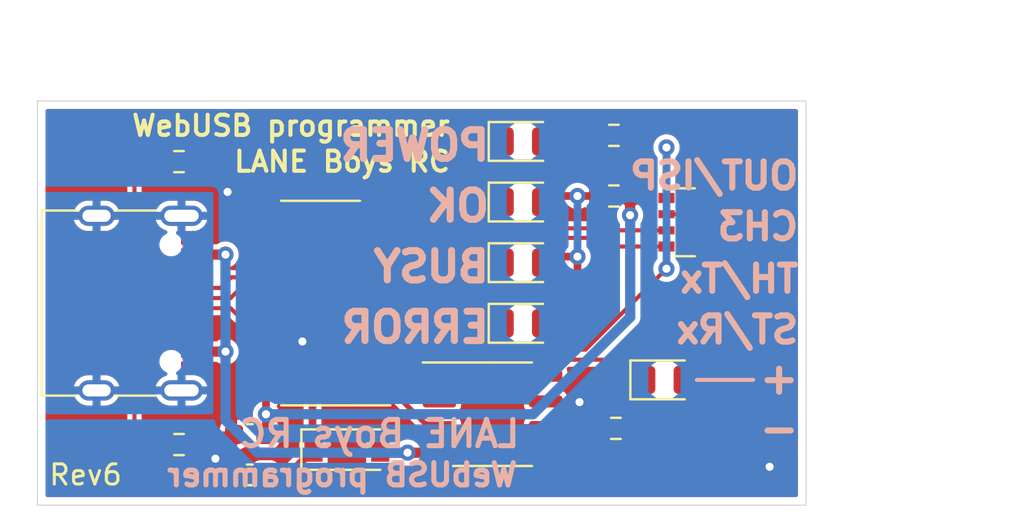
<source format=kicad_pcb>
(kicad_pcb (version 20211014) (generator pcbnew)
  (layers (0 "F.Cu" signal) (31 "B.Cu" signal) (34 "B.Paste" user) (35 "F.Paste" user) (36 "B.SilkS" user "B.Silkscreen") (37 "F.SilkS" user "F.Silkscreen") (38 "B.Mask" user) (39 "F.Mask" user) (44 "Edge.Cuts" user))
  (net 0 "")
  (net 1 "GND")
  (net 2 "+5V")
  (net 3 "+3V3")
  (net 4 "Net-(D5-Pad2)")
  (net 5 "/USB-DM")
  (net 6 "/USB-DP")
  (net 7 "/VLIGHT")
  (net 8 "/ISP")
  (net 9 "/RX")
  (net 10 "/TX")
  (net 11 "/CH3")
  (net 12 "/GYR_plus")
  (net 13 "Net-(J1-Pad4)")
  (net 14 "Net-(J1-Pad6)")
  (net 15 "Net-(J1-Pad5)")
  (net 16 "Net-(J1-Pad3)")
  (net 17 "/~{OK}")
  (net 18 "/~{BUSY}")
  (net 19 "/~{ERROR}")
  (net 20 "/INB")
  (net 21 "/INA")
  (net 22 "/CC1")
  (net 24 "/CC2")
  (net 29 "/+5MCU")
  (net 30 "Net-(D1-Pad1)")
  (net 31 "/SHIELD")
  (footprint "WLA_LED_reverse_mount:LED_0805_2012Metric_see_through" (layer "F.Cu") (at 124 95)
    (fp_text reference "D2" hide)
    (fp_text value "OK")
    (fp_line (start -1.685 -0.96) (end -1.685 0.96) (layer "F.SilkS") (width 0.12))
    (fp_line (start -1.685 0.96) (end 1 0.96) (layer "F.SilkS") (width 0.12))
    (fp_line (start 1 -0.96) (end -1.685 -0.96) (layer "F.SilkS") (width 0.12))
    (pad "1" smd roundrect (at -0.9375 0) (size 0.975 1.4) (layers "F.Cu" "F.Paste" "F.Mask") (net 17 "/~{OK}"))
    (pad "2" smd roundrect (at 0.9375 0) (size 0.975 1.4) (layers "F.Cu" "F.Paste" "F.Mask") (net 12 "/GYR_plus"))
    (zone (net 0) (net_name "") (layer "F.Cu") (connect_pads (clearance 0)) (min_thickness 0.254)
      (keepout (tracks not_allowed) (vias not_allowed) (pads allowed) (copperpour not_allowed) (footprints allowed))
      (fill (thermal_gap 0.508) (thermal_bridge_width 0.508))
      (polygon (pts (xy 124.8 95.6) (xy 124.4 95.9) (xy 123.6 95.9) (xy 123.2 95.6) (xy 123.2 94.4) (xy 123.6 94.1) (xy 124.4 94.1) (xy 124.8 94.4)))
    )
    (zone (net 0) (net_name "") (layer "B.Cu") (connect_pads (clearance 0)) (min_thickness 0.254)
      (keepout (tracks not_allowed) (vias not_allowed) (pads allowed) (copperpour not_allowed) (footprints allowed))
      (fill (thermal_gap 0.508) (thermal_bridge_width 0.508))
      (polygon (pts (xy 123.2 95.6) (xy 123.6 95.9) (xy 124.4 95.9) (xy 124.8 95.6) (xy 124.8 94.4) (xy 124.4 94.1) (xy 123.6 94.1) (xy 123.2 94.4)))
    )
  )
  (footprint "WLA_LED_reverse_mount:LED_0805_2012Metric_see_through" (layer "F.Cu") (at 124 98)
    (fp_text reference "D3" hide)
    (fp_text value "BUSY")
    (fp_line (start -1.685 -0.96) (end -1.685 0.96) (layer "F.SilkS") (width 0.12))
    (fp_line (start -1.685 0.96) (end 1 0.96) (layer "F.SilkS") (width 0.12))
    (fp_line (start 1 -0.96) (end -1.685 -0.96) (layer "F.SilkS") (width 0.12))
    (pad "1" smd roundrect (at -0.9375 0) (size 0.975 1.4) (layers "F.Cu" "F.Paste" "F.Mask") (net 18 "/~{BUSY}"))
    (pad "2" smd roundrect (at 0.9375 0) (size 0.975 1.4) (layers "F.Cu" "F.Paste" "F.Mask") (net 12 "/GYR_plus"))
    (zone (net 0) (net_name "") (layer "F.Cu") (connect_pads (clearance 0)) (min_thickness 0.254)
      (keepout (tracks not_allowed) (vias not_allowed) (pads allowed) (copperpour not_allowed) (footprints allowed))
      (fill (thermal_gap 0.508) (thermal_bridge_width 0.508))
      (polygon (pts (xy 124.8 98.6) (xy 124.4 98.9) (xy 123.6 98.9) (xy 123.2 98.6) (xy 123.2 97.4) (xy 123.6 97.1) (xy 124.4 97.1) (xy 124.8 97.4)))
    )
    (zone (net 0) (net_name "") (layer "B.Cu") (connect_pads (clearance 0)) (min_thickness 0.254)
      (keepout (tracks not_allowed) (vias not_allowed) (pads allowed) (copperpour not_allowed) (footprints allowed))
      (fill (thermal_gap 0.508) (thermal_bridge_width 0.508))
      (polygon (pts (xy 123.2 98.6) (xy 123.6 98.9) (xy 124.4 98.9) (xy 124.8 98.6) (xy 124.8 97.4) (xy 124.4 97.1) (xy 123.6 97.1) (xy 123.2 97.4)))
    )
  )
  (footprint "WLA_LED_reverse_mount:LED_0805_2012Metric_see_through" (layer "F.Cu") (at 124 101)
    (fp_text reference "D4" hide)
    (fp_text value "ERROR")
    (fp_line (start 1 -0.96) (end -1.685 -0.96) (layer "F.SilkS") (width 0.12))
    (fp_line (start -1.685 0.96) (end 1 0.96) (layer "F.SilkS") (width 0.12))
    (fp_line (start -1.685 -0.96) (end -1.685 0.96) (layer "F.SilkS") (width 0.12))
    (pad "1" smd roundrect (at -0.9375 0) (size 0.975 1.4) (layers "F.Cu" "F.Paste" "F.Mask") (net 19 "/~{ERROR}"))
    (pad "2" smd roundrect (at 0.9375 0) (size 0.975 1.4) (layers "F.Cu" "F.Paste" "F.Mask") (net 12 "/GYR_plus"))
    (zone (net 0) (net_name "") (layer "F.Cu") (connect_pads (clearance 0)) (min_thickness 0.254)
      (keepout (tracks not_allowed) (vias not_allowed) (pads allowed) (copperpour not_allowed) (footprints allowed))
      (fill (thermal_gap 0.508) (thermal_bridge_width 0.508))
      (polygon (pts (xy 124.8 101.6) (xy 124.4 101.9) (xy 123.6 101.9) (xy 123.2 101.6) (xy 123.2 100.4) (xy 123.6 100.1) (xy 124.4 100.1) (xy 124.8 100.4)))
    )
    (zone (net 0) (net_name "") (layer "B.Cu") (connect_pads (clearance 0)) (min_thickness 0.254)
      (keepout (tracks not_allowed) (vias not_allowed) (pads allowed) (copperpour not_allowed) (footprints allowed))
      (fill (thermal_gap 0.508) (thermal_bridge_width 0.508))
      (polygon (pts (xy 123.2 101.6) (xy 123.6 101.9) (xy 124.4 101.9) (xy 124.8 101.6) (xy 124.8 100.4) (xy 124.4 100.1) (xy 123.6 100.1) (xy 123.2 100.4)))
    )
  )
  (footprint "WLA_LED_reverse_mount:LED_0805_2012Metric_see_through" (layer "F.Cu") (at 131 103.8)
    (fp_text reference "D1" hide)
    (fp_text value "LC POWER")
    (fp_line (start -1.685 0.96) (end 1 0.96) (layer "F.SilkS") (width 0.12))
    (fp_line (start -1.685 -0.96) (end -1.685 0.96) (layer "F.SilkS") (width 0.12))
    (fp_line (start 1 -0.96) (end -1.685 -0.96) (layer "F.SilkS") (width 0.12))
    (pad "1" smd roundrect (at -0.9375 0) (size 0.975 1.4) (layers "F.Cu" "F.Paste" "F.Mask") (net 30 "Net-(D1-Pad1)"))
    (pad "2" smd roundrect (at 0.9375 0) (size 0.975 1.4) (layers "F.Cu" "F.Paste" "F.Mask") (net 7 "/VLIGHT"))
    (zone (net 0) (net_name "") (layer "F.Cu") (connect_pads (clearance 0)) (min_thickness 0.254)
      (keepout (tracks not_allowed) (vias not_allowed) (pads allowed) (copperpour not_allowed) (footprints allowed))
      (fill (thermal_gap 0.508) (thermal_bridge_width 0.508))
      (polygon (pts (xy 131.8 104.4) (xy 131.4 104.7) (xy 130.6 104.7) (xy 130.2 104.4) (xy 130.2 103.2) (xy 130.6 102.9) (xy 131.4 102.9) (xy 131.8 103.2)))
    )
    (zone (net 0) (net_name "") (layer "B.Cu") (connect_pads (clearance 0)) (min_thickness 0.254)
      (keepout (tracks not_allowed) (vias not_allowed) (pads allowed) (copperpour not_allowed) (footprints allowed))
      (fill (thermal_gap 0.508) (thermal_bridge_width 0.508))
      (polygon (pts (xy 130.2 104.4) (xy 130.6 104.7) (xy 131.4 104.7) (xy 131.8 104.4) (xy 131.8 103.2) (xy 131.4 102.9) (xy 130.6 102.9) (xy 130.2 103.2)))
    )
  )
  (footprint "WLA_LED_reverse_mount:LED_0805_2012Metric_see_through" (layer "F.Cu") (at 124 92)
    (fp_text reference "D5" hide)
    (fp_text value "MCU POWER")
    (fp_line (start -1.685 -0.96) (end -1.685 0.96) (layer "F.SilkS") (width 0.12))
    (fp_line (start 1 -0.96) (end -1.685 -0.96) (layer "F.SilkS") (width 0.12))
    (fp_line (start -1.685 0.96) (end 1 0.96) (layer "F.SilkS") (width 0.12))
    (pad "1" smd roundrect (at -0.9375 0) (size 0.975 1.4) (layers "F.Cu" "F.Paste" "F.Mask") (net 1 "GND"))
    (pad "2" smd roundrect (at 0.9375 0) (size 0.975 1.4) (layers "F.Cu" "F.Paste" "F.Mask") (net 4 "Net-(D5-Pad2)"))
    (zone (net 0) (net_name "") (layer "F.Cu") (connect_pads (clearance 0)) (min_thickness 0.254)
      (keepout (tracks not_allowed) (vias not_allowed) (pads allowed) (copperpour not_allowed) (footprints allowed))
      (fill (thermal_gap 0.508) (thermal_bridge_width 0.508))
      (polygon (pts (xy 124.8 92.6) (xy 124.4 92.9) (xy 123.6 92.9) (xy 123.2 92.6) (xy 123.2 91.4) (xy 123.6 91.1) (xy 124.4 91.1) (xy 124.8 91.4)))
    )
    (zone (net 0) (net_name "") (layer "B.Cu") (connect_pads (clearance 0)) (min_thickness 0.254)
      (keepout (tracks not_allowed) (vias not_allowed) (pads allowed) (copperpour not_allowed) (footprints allowed))
      (fill (thermal_gap 0.508) (thermal_bridge_width 0.508))
      (polygon (pts (xy 123.2 92.6) (xy 123.6 92.9) (xy 124.4 92.9) (xy 124.8 92.6) (xy 124.8 91.4) (xy 124.4 91.1) (xy 123.6 91.1) (xy 123.2 91.4)))
    )
  )
  (footprint "Capacitor_SMD:C_0603_1608Metric" (layer "F.Cu") (at 110.5 106.5 180)
    (fp_text reference "C2" hide)
    (fp_text value "1u")
    (fp_line (start -0.14058 -0.51) (end 0.14058 -0.51) (layer "F.SilkS") (width 0.12))
    (fp_line (start -0.14058 0.51) (end 0.14058 0.51) (layer "F.SilkS") (width 0.12))
    (pad "1" smd roundrect (at -0.775 0 180) (size 0.9 0.95) (layers "F.Cu" "F.Paste" "F.Mask") (net 3 "+3V3"))
    (pad "2" smd roundrect (at 0.775 0 180) (size 0.9 0.95) (layers "F.Cu" "F.Paste" "F.Mask") (net 1 "GND"))
  )
  (footprint "Resistor_SMD:R_0603_1608Metric" (layer "F.Cu") (at 128.5 94.7 180)
    (fp_text reference "R1" hide)
    (fp_text value "1k8")
    (fp_line (start -0.237258 0.5225) (end 0.237258 0.5225) (layer "F.SilkS") (width 0.12))
    (fp_line (start -0.237258 -0.5225) (end 0.237258 -0.5225) (layer "F.SilkS") (width 0.12))
    (pad "1" smd roundrect (at -0.825 0 180) (size 0.8 0.95) (layers "F.Cu" "F.Paste" "F.Mask") (net 3 "+3V3"))
    (pad "2" smd roundrect (at 0.825 0 180) (size 0.8 0.95) (layers "F.Cu" "F.Paste" "F.Mask") (net 12 "/GYR_plus"))
  )
  (footprint "Resistor_SMD:R_Array_Convex_4x0603" (layer "F.Cu") (at 132 96)
    (fp_text reference "RN1" hide)
    (fp_text value "1k")
    (fp_line (start 0.5 -1.68) (end -0.5 -1.68) (layer "F.SilkS") (width 0.12))
    (fp_line (start 0.5 1.68) (end -0.5 1.68) (layer "F.SilkS") (width 0.12))
    (pad "1" smd rect (at -0.9 -1.2) (size 0.8 0.5) (layers "F.Cu" "F.Paste" "F.Mask") (net 8 "/ISP"))
    (pad "2" smd rect (at -0.9 -0.4) (size 0.8 0.4) (layers "F.Cu" "F.Paste" "F.Mask") (net 11 "/CH3"))
    (pad "3" smd rect (at -0.9 0.4) (size 0.8 0.4) (layers "F.Cu" "F.Paste" "F.Mask") (net 9 "/RX"))
    (pad "4" smd rect (at -0.9 1.2) (size 0.8 0.5) (layers "F.Cu" "F.Paste" "F.Mask") (net 10 "/TX"))
    (pad "5" smd rect (at 0.9 1.2) (size 0.8 0.5) (layers "F.Cu" "F.Paste" "F.Mask") (net 16 "Net-(J1-Pad3)"))
    (pad "6" smd rect (at 0.9 0.4) (size 0.8 0.4) (layers "F.Cu" "F.Paste" "F.Mask") (net 13 "Net-(J1-Pad4)"))
    (pad "7" smd rect (at 0.9 -0.4) (size 0.8 0.4) (layers "F.Cu" "F.Paste" "F.Mask") (net 15 "Net-(J1-Pad5)"))
    (pad "8" smd rect (at 0.9 -1.2) (size 0.8 0.5) (layers "F.Cu" "F.Paste" "F.Mask") (net 14 "Net-(J1-Pad6)"))
  )
  (footprint "WLA_pinheader:PinHeader_1x06_P2.54mm_Flat" (layer "F.Cu") (at 136.2 106.35 90)
    (fp_text reference "J1" hide)
    (fp_text value "Light Controller" hide)
    (pad "1" smd rect locked (at 0 0 90) (size 1.8 2.8) (layers "F.Cu" "F.Mask") (net 1 "GND"))
    (pad "2" smd rect locked (at 2.54 0 90) (size 1.8 2.8) (layers "F.Cu" "F.Mask") (net 7 "/VLIGHT"))
    (pad "3" smd rect locked (at 5.08 0 90) (size 1.8 2.8) (layers "F.Cu" "F.Mask") (net 16 "Net-(J1-Pad3)"))
    (pad "4" smd rect locked (at 7.62 0 90) (size 1.8 2.8) (layers "F.Cu" "F.Mask") (net 13 "Net-(J1-Pad4)"))
    (pad "5" smd rect locked (at 10.16 0 90) (size 1.8 2.8) (layers "F.Cu" "F.Mask") (net 15 "Net-(J1-Pad5)"))
    (pad "6" smd rect locked (at 12.7 0 90) (size 1.8 2.8) (layers "F.Cu" "F.Mask") (net 14 "Net-(J1-Pad6)"))
  )
  (footprint "Package_SO:SO-16_3.9x9.9mm_P1.27mm" (layer "F.Cu") (at 114 100 180)
    (fp_text reference "U2" hide)
    (fp_text value "CH552G")
    (fp_line (start 0 5.06) (end 1.95 5.06) (layer "F.SilkS") (width 0.12))
    (fp_line (start 0 -5.06) (end -3.45 -5.06) (layer "F.SilkS") (width 0.12))
    (fp_line (start 0 5.06) (end -1.95 5.06) (layer "F.SilkS") (width 0.12))
    (fp_line (start 0 -5.06) (end 1.95 -5.06) (layer "F.SilkS") (width 0.12))
    (pad "1" smd roundrect (at -2.575 -4.445 180) (size 1.75 0.6) (layers "F.Cu" "F.Paste" "F.Mask") (net 20 "/INB"))
    (pad "2" smd roundrect (at -2.575 -3.175 180) (size 1.75 0.6) (layers "F.Cu" "F.Paste" "F.Mask") (net 21 "/INA"))
    (pad "3" smd roundrect (at -2.575 -1.905 180) (size 1.75 0.6) (layers "F.Cu" "F.Paste" "F.Mask") (net 19 "/~{ERROR}"))
    (pad "4" smd roundrect (at -2.575 -0.635 180) (size 1.75 0.6) (layers "F.Cu" "F.Paste" "F.Mask") (net 11 "/CH3"))
    (pad "5" smd roundrect (at -2.575 0.635 180) (size 1.75 0.6) (layers "F.Cu" "F.Paste" "F.Mask") (net 8 "/ISP"))
    (pad "6" smd roundrect (at -2.575 1.905 180) (size 1.75 0.6) (layers "F.Cu" "F.Paste" "F.Mask"))
    (pad "7" smd roundrect (at -2.575 3.175 180) (size 1.75 0.6) (layers "F.Cu" "F.Paste" "F.Mask") (net 10 "/TX"))
    (pad "8" smd roundrect (at -2.575 4.445 180) (size 1.75 0.6) (layers "F.Cu" "F.Paste" "F.Mask") (net 9 "/RX"))
    (pad "9" smd roundrect (at 2.575 4.445 180) (size 1.75 0.6) (layers "F.Cu" "F.Paste" "F.Mask") (net 18 "/~{BUSY}"))
    (pad "10" smd roundrect (at 2.575 3.175 180) (size 1.75 0.6) (layers "F.Cu" "F.Paste" "F.Mask") (net 17 "/~{OK}"))
    (pad "11" smd roundrect (at 2.575 1.905 180) (size 1.75 0.6) (layers "F.Cu" "F.Paste" "F.Mask"))
    (pad "12" smd roundrect (at 2.575 0.635 180) (size 1.75 0.6) (layers "F.Cu" "F.Paste" "F.Mask") (net 6 "/USB-DP"))
    (pad "13" smd roundrect (at 2.575 -0.635 180) (size 1.75 0.6) (layers "F.Cu" "F.Paste" "F.Mask") (net 5 "/USB-DM"))
    (pad "14" smd roundrect (at 2.575 -1.905 180) (size 1.75 0.6) (layers "F.Cu" "F.Paste" "F.Mask") (net 1 "GND"))
    (pad "15" smd roundrect (at 2.575 -3.175 180) (size 1.75 0.6) (layers "F.Cu" "F.Paste" "F.Mask") (net 29 "/+5MCU"))
    (pad "16" smd roundrect (at 2.575 -4.445 180) (size 1.75 0.6) (layers "F.Cu" "F.Paste" "F.Mask") (net 3 "+3V3"))
  )
  (footprint "Capacitor_SMD:C_0603_1608Metric" (layer "F.Cu") (at 110.5 108.5 180)
    (fp_text reference "C1" hide)
    (fp_text value "10u")
    (fp_line (start -0.14058 -0.51) (end 0.14058 -0.51) (layer "F.SilkS") (width 0.12))
    (fp_line (start -0.14058 0.51) (end 0.14058 0.51) (layer "F.SilkS") (width 0.12))
    (pad "1" smd roundrect (at -0.775 0 180) (size 0.9 0.95) (layers "F.Cu" "F.Paste" "F.Mask") (net 29 "/+5MCU"))
    (pad "2" smd roundrect (at 0.775 0 180) (size 0.9 0.95) (layers "F.Cu" "F.Paste" "F.Mask") (net 1 "GND"))
  )
  (footprint "Resistor_SMD:R_0603_1608Metric" (layer "F.Cu") (at 128.5 91.7 180)
    (fp_text reference "R2" hide)
    (fp_text value "1k8")
    (fp_line (start -0.237258 0.5225) (end 0.237258 0.5225) (layer "F.SilkS") (width 0.12))
    (fp_line (start -0.237258 -0.5225) (end 0.237258 -0.5225) (layer "F.SilkS") (width 0.12))
    (pad "1" smd roundrect (at -0.825 0 180) (size 0.8 0.95) (layers "F.Cu" "F.Paste" "F.Mask") (net 3 "+3V3"))
    (pad "2" smd roundrect (at 0.825 0 180) (size 0.8 0.95) (layers "F.Cu" "F.Paste" "F.Mask") (net 4 "Net-(D5-Pad2)"))
  )
  (footprint "Package_SO:SOP-8_3.9x4.9mm_P1.27mm" (layer "F.Cu") (at 122.5 105.5)
    (fp_text reference "U1" hide)
    (fp_text value "TC118S")
    (fp_line (start 0 2.56) (end -1.95 2.56) (layer "F.SilkS") (width 0.12))
    (fp_line (start 0 -2.56) (end -3.45 -2.56) (layer "F.SilkS") (width 0.12))
    (fp_line (start 0 -2.56) (end 1.95 -2.56) (layer "F.SilkS") (width 0.12))
    (fp_line (start 0 2.56) (end 1.95 2.56) (layer "F.SilkS") (width 0.12))
    (pad "1" smd roundrect (at -2.625 -1.905) (size 1.65 0.6) (layers "F.Cu" "F.Paste" "F.Mask"))
    (pad "2" smd roundrect (at -2.625 -0.635) (size 1.65 0.6) (layers "F.Cu" "F.Paste" "F.Mask") (net 21 "/INA"))
    (pad "3" smd roundrect (at -2.625 0.635) (size 1.65 0.6) (layers "F.Cu" "F.Paste" "F.Mask") (net 20 "/INB"))
    (pad "4" smd roundrect (at -2.625 1.905) (size 1.65 0.6) (layers "F.Cu" "F.Paste" "F.Mask") (net 2 "+5V"))
    (pad "5" smd roundrect (at 2.625 1.905) (size 1.65 0.6) (layers "F.Cu" "F.Paste" "F.Mask") (net 7 "/VLIGHT"))
    (pad "6" smd roundrect (at 2.625 0.635) (size 1.65 0.6) (layers "F.Cu" "F.Paste" "F.Mask") (net 1 "GND"))
    (pad "7" smd roundrect (at 2.625 -0.635) (size 1.65 0.6) (layers "F.Cu" "F.Paste" "F.Mask") (net 1 "GND"))
    (pad "8" smd roundrect (at 2.625 -1.905) (size 1.65 0.6) (layers "F.Cu" "F.Paste" "F.Mask"))
  )
  (footprint "Resistor_SMD:R_0603_1608Metric" (layer "F.Cu") (at 107 93 180)
    (fp_text reference "R5" hide)
    (fp_text value "5k1")
    (fp_line (start -0.237258 0.5225) (end 0.237258 0.5225) (layer "F.SilkS") (width 0.12))
    (fp_line (start -0.237258 -0.5225) (end 0.237258 -0.5225) (layer "F.SilkS") (width 0.12))
    (pad "1" smd roundrect (at -0.825 0 180) (size 0.8 0.95) (layers "F.Cu" "F.Paste" "F.Mask") (net 1 "GND"))
    (pad "2" smd roundrect (at 0.825 0 180) (size 0.8 0.95) (layers "F.Cu" "F.Paste" "F.Mask") (net 22 "/CC1"))
  )
  (footprint "Diode_SMD:D_SOD-123" (layer "F.Cu") (at 115.3 107.25)
    (fp_text reference "D6" hide)
    (fp_text value "B5819WS")
    (fp_line (start -2.25 1) (end 1.65 1) (layer "F.SilkS") (width 0.12))
    (fp_line (start -2.25 -1) (end 1.65 -1) (layer "F.SilkS") (width 0.12))
    (fp_line (start -2.25 -1) (end -2.25 1) (layer "F.SilkS") (width 0.12))
    (pad "1" smd rect (at -1.65 0) (size 0.9 1.2) (layers "F.Cu" "F.Paste" "F.Mask") (net 29 "/+5MCU"))
    (pad "2" smd rect (at 1.65 0) (size 0.9 1.2) (layers "F.Cu" "F.Paste" "F.Mask") (net 2 "+5V"))
  )
  (footprint "Connector_USB:USB_C_Receptacle_G-Switch_GT-USB-7010ASV" (layer "F.Cu") (at 104 100 -90)
    (fp_text reference "J2" hide)
    (fp_text value "USB_C_Receptacle_USB2.0")
    (fp_line (start 4.58 0.07) (end 4.58 -1.85) (layer "F.SilkS") (width 0.12))
    (fp_line (start -4.58 3.785) (end -4.58 2.08) (layer "F.SilkS") (width 0.12))
    (fp_line (start 4.58 2.08) (end 4.58 3.785) (layer "F.SilkS") (width 0.12))
    (fp_line (start 4.58 3.785) (end -4.58 3.785) (layer "F.SilkS") (width 0.12))
    (fp_line (start -4.58 -1.85) (end -4.58 0.07) (layer "F.SilkS") (width 0.12))
    (pad "" np_thru_hole circle (at 2.89 -2.605 270) (size 0.65 0.65) (drill 0.65) (layers *.Cu *.Mask))
    (pad "" np_thru_hole circle (at -2.89 -2.605 270) (size 0.65 0.65) (drill 0.65) (layers *.Cu *.Mask))
    (pad "A1" smd rect (at -3.2 -3.725 270) (size 0.6 1.24) (layers "F.Cu" "F.Paste" "F.Mask") (net 1 "GND"))
    (pad "A4" smd rect (at -2.4 -3.725 270) (size 0.6 1.24) (layers "F.Cu" "F.Paste" "F.Mask") (net 2 "+5V"))
    (pad "A5" smd rect (at -1.25 -3.725 270) (size 0.3 1.24) (layers "F.Cu" "F.Paste" "F.Mask") (net 22 "/CC1"))
    (pad "A6" smd rect (at -0.25 -3.725 270) (size 0.3 1.24) (layers "F.Cu" "F.Paste" "F.Mask") (net 6 "/USB-DP"))
    (pad "A7" smd rect (at 0.25 -3.725 270) (size 0.3 1.24) (layers "F.Cu" "F.Paste" "F.Mask") (net 5 "/USB-DM"))
    (pad "A8" smd rect (at 1.25 -3.725 270) (size 0.3 1.24) (layers "F.Cu" "F.Paste" "F.Mask"))
    (pad "A9" smd rect (at 2.4 -3.725 270) (size 0.6 1.24) (layers "F.Cu" "F.Paste" "F.Mask") (net 2 "+5V"))
    (pad "A12" smd rect (at 3.2 -3.725 270) (size 0.6 1.24) (layers "F.Cu" "F.Paste" "F.Mask") (net 1 "GND"))
    (pad "B1" smd rect (at 3.2 -3.725 270) (size 0.6 1.24) (layers "F.Cu" "F.Paste" "F.Mask") (net 1 "GND"))
    (pad "B4" smd rect (at 2.4 -3.725 270) (size 0.6 1.24) (layers "F.Cu" "F.Paste" "F.Mask") (net 2 "+5V"))
    (pad "B5" smd rect (at 1.75 -3.725 270) (size 0.3 1.24) (layers "F.Cu" "F.Paste" "F.Mask") (net 24 "/CC2"))
    (pad "B6" smd rect (at 0.75 -3.725 270) (size 0.3 1.24) (layers "F.Cu" "F.Paste" "F.Mask") (net 6 "/USB-DP"))
    (pad "B7" smd rect (at -0.75 -3.725 270) (size 0.3 1.24) (layers "F.Cu" "F.Paste" "F.Mask") (net 5 "/USB-DM"))
    (pad "B8" smd rect (at -1.75 -3.725 270) (size 0.3 1.24) (layers "F.Cu" "F.Paste" "F.Mask"))
    (pad "B9" smd rect (at -2.4 -3.725 270) (size 0.6 1.24) (layers "F.Cu" "F.Paste" "F.Mask") (net 2 "+5V"))
    (pad "B12" smd rect (at -3.2 -3.725 270) (size 0.6 1.24) (layers "F.Cu" "F.Paste" "F.Mask") (net 1 "GND"))
    (pad "S1" thru_hole oval (at -4.32 -3.125 270) (size 1 2.1) (drill oval 0.6 1.7) (layers *.Cu *.Mask) (net 31 "/SHIELD"))
    (pad "S1" thru_hole oval (at -4.32 1.075 270) (size 1 1.8) (drill oval 0.6 1.4) (layers *.Cu *.Mask) (net 31 "/SHIELD"))
    (pad "S1" thru_hole oval (at 4.32 1.075 270) (size 1 1.8) (drill oval 0.6 1.4) (layers *.Cu *.Mask) (net 31 "/SHIELD"))
    (pad "S1" thru_hole oval (at 4.32 -3.125 270) (size 1 2.1) (drill oval 0.6 1.7) (layers *.Cu *.Mask) (net 31 "/SHIELD"))
  )
  (footprint "Resistor_SMD:R_0603_1608Metric" (layer "F.Cu") (at 107 107 180)
    (fp_text reference "R4" hide)
    (fp_text value "5k1")
    (fp_line (start -0.237258 -0.5225) (end 0.237258 -0.5225) (layer "F.SilkS") (width 0.12))
    (fp_line (start -0.237258 0.5225) (end 0.237258 0.5225) (layer "F.SilkS") (width 0.12))
    (pad "1" smd roundrect (at -0.825 0 180) (size 0.8 0.95) (layers "F.Cu" "F.Paste" "F.Mask") (net 1 "GND"))
    (pad "2" smd roundrect (at 0.825 0 180) (size 0.8 0.95) (layers "F.Cu" "F.Paste" "F.Mask") (net 24 "/CC2"))
  )
  (footprint "Resistor_SMD:R_0603_1608Metric" (layer "F.Cu") (at 128.6 106.2 180)
    (fp_text reference "R3" hide)
    (fp_text value "1k8")
    (fp_line (start -0.237258 -0.5225) (end 0.237258 -0.5225) (layer "F.SilkS") (width 0.12))
    (fp_line (start -0.237258 0.5225) (end 0.237258 0.5225) (layer "F.SilkS") (width 0.12))
    (pad "1" smd roundrect (at -0.825 0 180) (size 0.8 0.95) (layers "F.Cu" "F.Paste" "F.Mask") (net 30 "Net-(D1-Pad1)"))
    (pad "2" smd roundrect (at 0.825 0 180) (size 0.8 0.95) (layers "F.Cu" "F.Paste" "F.Mask") (net 1 "GND"))
  )
  (gr_line (start 132.6 103.8) (end 135.382 103.8) (layer "B.SilkS") (width 0.2))
  (gr_line (start 138 90) (end 100 90) (layer "Edge.Cuts") (width 0.05))
  (gr_line (start 100 110) (end 138 110) (layer "Edge.Cuts") (width 0.05))
  (gr_line (start 138 110) (end 138 90) (layer "Edge.Cuts") (width 0.05))
  (gr_line (start 100 90) (end 100 110) (layer "Edge.Cuts") (width 0.05))
  (gr_text "ERROR" (at 122.5 101.2) (layer "B.SilkS") (effects (font (size 1.45 1.45) (thickness 0.35)) (justify left mirror)))
  (gr_text "TH/Tx" (at 137.7696 98.806) (layer "B.SilkS") (effects (font (size 1.3 1.3) (thickness 0.3)) (justify left mirror)))
  (gr_text "OUT/ISP" (at 137.7696 93.7006) (layer "B.SilkS") (effects (font (size 1.3 1.3) (thickness 0.3)) (justify left mirror)))
  (gr_text "ST/Rx" (at 137.7696 101.3206) (layer "B.SilkS") (effects (font (size 1.3 1.3) (thickness 0.3)) (justify left mirror)))
  (gr_text "CH3" (at 137.7696 96.2152) (layer "B.SilkS") (effects (font (size 1.3 1.3) (thickness 0.3)) (justify left mirror)))
  (gr_text "POWER" (at 122.5 92.2) (layer "B.SilkS") (effects (font (size 1.42 1.42) (thickness 0.35)) (justify left mirror)))
  (gr_text "LANE Boys RC" (at 123.975 106.468) (layer "B.SilkS") (effects (font (size 1.3 1.3) (thickness 0.25)) (justify left mirror)))
  (gr_text "BUSY" (at 122.5 98.2) (layer "B.SilkS") (effects (font (size 1.45 1.45) (thickness 0.35)) (justify left mirror)))
  (gr_text "+" (at 137.795 103.7082) (layer "B.SilkS") (effects (font (size 1.5 1.5) (thickness 0.3)) (justify left mirror)))
  (gr_text "-" (at 137.795 106.1974) (layer "B.SilkS") (effects (font (size 1.5 1.5) (thickness 0.3)) (justify left mirror)))
  (gr_text "WebUSB programmer" (at 123.848 108.5) (layer "B.SilkS") (effects (font (size 1.1 1.1) (thickness 0.25)) (justify left mirror)))
  (gr_text "OK" (at 122.5 95.2) (layer "B.SilkS") (effects (font (size 1.45 1.45) (thickness 0.35)) (justify left mirror)))
  (gr_text "LANE Boys RC" (at 120.5 93) (layer "F.SilkS") (effects (font (size 1 1) (thickness 0.2)) (justify right)))
  (gr_text "Rev6" (at 100.5 108.5) (layer "F.SilkS") (effects (font (size 1 1)) (justify left)))
  (gr_text "WebUSB programmer" (at 120.5 91.225) (layer "F.SilkS") (effects (font (size 1 1) (thickness 0.2)) (justify right)))
  (via (at 113.1 101.9) (size 0.8) (drill 0.4) (layers "F.Cu" "B.Cu") (net 1))
  (via (at 136.2 108.1) (size 0.8) (drill 0.4) (layers "F.Cu" "B.Cu") (net 1))
  (via (at 109.4 94.5) (size 0.8) (drill 0.4) (layers "F.Cu" "B.Cu") (net 1))
  (via (at 108.8 107.7) (size 0.8) (drill 0.4) (layers "F.Cu" "B.Cu") (net 1))
  (via (at 126.8 104.9) (size 0.8) (drill 0.4) (layers "F.Cu" "B.Cu") (net 1))
  (segment (start 107.725 102.4) (end 109.3 102.4) (width 0.508) (layer "F.Cu") (net 2))
  (segment (start 116.95 107.25) (end 117.105 107.405) (width 0.508) (layer "F.Cu") (net 2))
  (segment (start 117.105 107.405) (end 119.875 107.405) (width 0.508) (layer "F.Cu") (net 2))
  (segment (start 107.725 97.6) (end 109.3 97.6) (width 0.508) (layer "F.Cu") (net 2))
  (via (at 109.3 97.6) (size 0.8) (drill 0.4) (layers "F.Cu" "B.Cu") (net 2))
  (via (at 118.3 107.4) (size 0.8) (drill 0.4) (layers "F.Cu" "B.Cu") (net 2))
  (via (at 109.3 102.4) (size 0.8) (drill 0.4) (layers "F.Cu" "B.Cu") (net 2))
  (segment (start 109.3 97.6) (end 109.3 102.4) (width 0.508) (layer "B.Cu") (net 2))
  (segment (start 110.9 107.4) (end 109.3 105.8) (width 0.508) (layer "B.Cu") (net 2))
  (segment (start 109.3 105.8) (end 109.3 102.4) (width 0.508) (layer "B.Cu") (net 2))
  (segment (start 118.3 107.4) (end 110.9 107.4) (width 0.508) (layer "B.Cu") (net 2))
  (segment (start 111.3 106.475) (end 111.275 106.5) (width 0.381) (layer "F.Cu") (net 3))
  (segment (start 111.3 105.5) (end 111.3 106.475) (width 0.381) (layer "F.Cu") (net 3))
  (segment (start 111.3 105.5) (end 111.3 104.57) (width 0.381) (layer "F.Cu") (net 3))
  (segment (start 129.3 95.65) (end 129.3 94.725) (width 0.508) (layer "F.Cu") (net 3))
  (segment (start 129.325 91.7) (end 129.325 94.7) (width 0.508) (layer "F.Cu") (net 3))
  (segment (start 111.3 104.57) (end 111.425 104.445) (width 0.381) (layer "F.Cu") (net 3))
  (segment (start 129.3 94.725) (end 129.325 94.7) (width 0.508) (layer "F.Cu") (net 3))
  (via (at 111.3 105.5) (size 0.8) (drill 0.4) (layers "F.Cu" "B.Cu") (net 3))
  (via (at 129.3 95.65) (size 0.8) (drill 0.4) (layers "F.Cu" "B.Cu") (net 3))
  (segment (start 129.306349 100.693651) (end 124.5 105.5) (width 0.508) (layer "B.Cu") (net 3))
  (segment (start 124.5 105.5) (end 111.3 105.5) (width 0.508) (layer "B.Cu") (net 3))
  (segment (start 129.3 95.65) (end 129.306349 95.756349) (width 0.508) (layer "B.Cu") (net 3))
  (segment (start 129.306349 95.756349) (end 129.306349 100.693651) (width 0.508) (layer "B.Cu") (net 3))
  (segment (start 125.5 91.7) (end 127.675 91.7) (width 0.381) (layer "F.Cu") (net 4))
  (segment (start 109.575 98.725) (end 112.425 98.725) (width 0.2032) (layer "F.Cu") (net 5))
  (segment (start 112.465 100.635) (end 111.425 100.635) (width 0.2032) (layer "F.Cu") (net 5))
  (segment (start 112.425 98.725) (end 112.7 99) (width 0.2032) (layer "F.Cu") (net 5))
  (segment (start 109.935 100.635) (end 111.425 100.635) (width 0.2032) (layer "F.Cu") (net 5))
  (segment (start 112.7 100.4) (end 112.465 100.635) (width 0.2032) (layer "F.Cu") (net 5))
  (segment (start 107.725 100.25) (end 109.55 100.25) (width 0.2032) (layer "F.Cu") (net 5))
  (segment (start 107.725 99.25) (end 109.05 99.25) (width 0.2032) (layer "F.Cu") (net 5))
  (segment (start 109.05 99.25) (end 109.575 98.725) (width 0.2032) (layer "F.Cu") (net 5))
  (segment (start 109.55 100.25) (end 109.935 100.635) (width 0.2032) (layer "F.Cu") (net 5))
  (segment (start 112.7 99) (end 112.7 100.4) (width 0.2032) (layer "F.Cu") (net 5))
  (segment (start 106.7 100.6) (end 106.85 100.75) (width 0.2032) (layer "F.Cu") (net 6))
  (segment (start 106.85 99.75) (end 106.7 99.9) (width 0.2032) (layer "F.Cu") (net 6))
  (segment (start 107.725 99.75) (end 109.55 99.75) (width 0.2032) (layer "F.Cu") (net 6))
  (segment (start 106.85 100.75) (end 107.725 100.75) (width 0.2032) (layer "F.Cu") (net 6))
  (segment (start 107.725 99.75) (end 106.85 99.75) (width 0.2032) (layer "F.Cu") (net 6))
  (segment (start 106.7 99.9) (end 106.7 100.6) (width 0.2032) (layer "F.Cu") (net 6))
  (segment (start 109.935 99.365) (end 111.425 99.365) (width 0.2032) (layer "F.Cu") (net 6))
  (segment (start 109.55 99.75) (end 109.935 99.365) (width 0.2032) (layer "F.Cu") (net 6))
  (segment (start 131.095 107.405) (end 132.5 106) (width 0.508) (layer "F.Cu") (net 7))
  (segment (start 132.5 103.5) (end 135.89 103.5) (width 0.508) (layer "F.Cu") (net 7))
  (segment (start 135.89 103.5) (end 136.2 103.81) (width 0.508) (layer "F.Cu") (net 7))
  (segment (start 132.5 106) (end 132.5 103.5) (width 0.508) (layer "F.Cu") (net 7))
  (segment (start 125.125 107.405) (end 131.095 107.405) (width 0.508) (layer "F.Cu") (net 7))
  (segment (start 127.1 102.3) (end 131.1 98.3) (width 0.2032) (layer "F.Cu") (net 8))
  (segment (start 131.1 92.3) (end 131.1 94.8) (width 0.381) (layer "F.Cu") (net 8))
  (segment (start 122.35 102.3) (end 127.1 102.3) (width 0.2032) (layer "F.Cu") (net 8))
  (segment (start 116.575 99.365) (end 119.415 99.365) (width 0.2032) (layer "F.Cu") (net 8))
  (segment (start 119.415 99.365) (end 122.35 102.3) (width 0.2032) (layer "F.Cu") (net 8))
  (via (at 131.1 98.3) (size 0.8) (drill 0.4) (layers "F.Cu" "B.Cu") (net 8))
  (via (at 131.1 92.3) (size 0.8) (drill 0.4) (layers "F.Cu" "B.Cu") (net 8))
  (segment (start 131.1 92.3) (end 131.1 98.3) (width 0.381) (layer "B.Cu") (net 8))
  (segment (start 128.675 96.4) (end 131.1 96.4) (width 0.2032) (layer "F.Cu") (net 9))
  (segment (start 116.575 95.555) (end 121.155 95.555) (width 0.2032) (layer "F.Cu") (net 9))
  (segment (start 121.9 96.3) (end 128.575 96.3) (width 0.2032) (layer "F.Cu") (net 9))
  (segment (start 121.155 95.555) (end 121.9 96.3) (width 0.2032) (layer "F.Cu") (net 9))
  (segment (start 128.575 96.3) (end 128.675 96.4) (width 0.2032) (layer "F.Cu") (net 9))
  (segment (start 127.475 96.775) (end 127.9 97.2) (width 0.2032) (layer "F.Cu") (net 10))
  (segment (start 116.575 96.825) (end 116.625 96.775) (width 0.2032) (layer "F.Cu") (net 10))
  (segment (start 127.9 97.2) (end 131.1 97.2) (width 0.2032) (layer "F.Cu") (net 10))
  (segment (start 116.625 96.775) (end 127.475 96.775) (width 0.2032) (layer "F.Cu") (net 10))
  (segment (start 131.7 95.6) (end 131.1 95.6) (width 0.2032) (layer "F.Cu") (net 11))
  (segment (start 132 95.9) (end 131.7 95.6) (width 0.2032) (layer "F.Cu") (net 11))
  (segment (start 132 98.95) (end 132 95.9) (width 0.2032) (layer "F.Cu") (net 11))
  (segment (start 116.575 100.635) (end 119.785 100.635) (width 0.2032) (layer "F.Cu") (net 11))
  (segment (start 119.785 100.635) (end 121.95 102.8) (width 0.2032) (layer "F.Cu") (net 11))
  (segment (start 121.95 102.8) (end 128.15 102.8) (width 0.2032) (layer "F.Cu") (net 11))
  (segment (start 128.15 102.8) (end 132 98.95) (width 0.2032) (layer "F.Cu") (net 11))
  (segment (start 126 101) (end 124.9375 101) (width 0.381) (layer "F.Cu") (net 12))
  (segment (start 127.675 94.7) (end 126.7 94.7) (width 0.381) (layer "F.Cu") (net 12))
  (segment (start 126.7 100.3) (end 126 101) (width 0.381) (layer "F.Cu") (net 12))
  (segment (start 126.7 97.7) (end 126.7 100.3) (width 0.381) (layer "F.Cu") (net 12))
  (segment (start 125.5 97.7) (end 126.7 97.7) (width 0.381) (layer "F.Cu") (net 12))
  (segment (start 125.5 94.7) (end 126.7 94.7) (width 0.381) (layer "F.Cu") (net 12))
  (via (at 126.7 94.7) (size 0.8) (drill 0.4) (layers "F.Cu" "B.Cu") (net 12))
  (via (at 126.7 97.7) (size 0.8) (drill 0.4) (layers "F.Cu" "B.Cu") (net 12))
  (segment (start 126.7 94.7) (end 126.7 97.7) (width 0.381) (layer "B.Cu") (net 12))
  (segment (start 132.9 96.4) (end 133.65 96.4) (width 0.381) (layer "F.Cu") (net 13))
  (segment (start 134.1 96.85) (end 134.1 97.4) (width 0.381) (layer "F.Cu") (net 13))
  (segment (start 134.1 97.4) (end 135.43 98.73) (width 0.381) (layer "F.Cu") (net 13))
  (segment (start 133.65 96.4) (end 134.1 96.85) (width 0.381) (layer "F.Cu") (net 13))
  (segment (start 135.43 98.73) (end 136.2 98.73) (width 0.381) (layer "F.Cu") (net 13))
  (segment (start 134.3 94.8) (end 132.9 94.8) (width 0.381) (layer "F.Cu") (net 14))
  (segment (start 136.2 93.65) (end 135.45 93.65) (width 0.381) (layer "F.Cu") (net 14))
  (segment (start 135.45 93.65) (end 134.3 94.8) (width 0.381) (layer "F.Cu") (net 14))
  (segment (start 135.61 95.6) (end 136.2 96.19) (width 0.381) (layer "F.Cu") (net 15))
  (segment (start 132.9 95.6) (end 135.61 95.6) (width 0.381) (layer "F.Cu") (net 15))
  (segment (start 132.9 98.7) (end 135.47 101.27) (width 0.381) (layer "F.Cu") (net 16))
  (segment (start 132.9 97.2) (end 132.9 98.7) (width 0.381) (layer "F.Cu") (net 16))
  (segment (start 135.47 101.27) (end 136.2 101.27) (width 0.381) (layer "F.Cu") (net 16))
  (segment (start 110.05 96.5) (end 110.05 95.05) (width 0.2032) (layer "F.Cu") (net 17))
  (segment (start 110.05 95.05) (end 110.4 94.7) (width 0.2032) (layer "F.Cu") (net 17))
  (segment (start 110.375 96.825) (end 110.05 96.5) (width 0.2032) (layer "F.Cu") (net 17))
  (segment (start 110.4 94.7) (end 122.5 94.7) (width 0.2032) (layer "F.Cu") (net 17))
  (segment (start 111.425 96.825) (end 110.375 96.825) (width 0.2032) (layer "F.Cu") (net 17))
  (segment (start 118.16 97.46) (end 118.4 97.7) (width 0.2032) (layer "F.Cu") (net 18))
  (segment (start 113.055 95.555) (end 114.96 97.46) (width 0.2032) (layer "F.Cu") (net 18))
  (segment (start 111.425 95.555) (end 113.055 95.555) (width 0.2032) (layer "F.Cu") (net 18))
  (segment (start 114.96 97.46) (end 118.16 97.46) (width 0.2032) (layer "F.Cu") (net 18))
  (segment (start 118.4 97.7) (end 122.5 97.7) (width 0.2032) (layer "F.Cu") (net 18))
  (segment (start 115.47 98.73) (end 120.38 98.73) (width 0.2032) (layer "F.Cu") (net 19))
  (segment (start 116.575 101.905) (end 115.405 101.905) (width 0.2032) (layer "F.Cu") (net 19))
  (segment (start 115.1 101.6) (end 115.1 99.1) (width 0.2032) (layer "F.Cu") (net 19))
  (segment (start 122.35 100.7) (end 122.5 100.7) (width 0.2032) (layer "F.Cu") (net 19))
  (segment (start 115.405 101.905) (end 115.1 101.6) (width 0.2032) (layer "F.Cu") (net 19))
  (segment (start 120.38 98.73) (end 122.35 100.7) (width 0.2032) (layer "F.Cu") (net 19))
  (segment (start 115.1 99.1) (end 115.47 98.73) (width 0.2032) (layer "F.Cu") (net 19))
  (segment (start 119.335 106.135) (end 117.645 104.445) (width 0.254) (layer "F.Cu") (net 20))
  (segment (start 117.645 104.445) (end 116.575 104.445) (width 0.254) (layer "F.Cu") (net 20))
  (segment (start 119.875 106.135) (end 119.335 106.135) (width 0.254) (layer "F.Cu") (net 20))
  (segment (start 119.265 104.865) (end 117.575 103.175) (width 0.254) (layer "F.Cu") (net 21))
  (segment (start 119.875 104.865) (end 119.265 104.865) (width 0.254) (layer "F.Cu") (net 21))
  (segment (start 117.575 103.175) (end 116.575 103.175) (width 0.254) (layer "F.Cu") (net 21))
  (segment (start 104.8 98) (end 104.8 93.6) (width 0.2032) (layer "F.Cu") (net 22))
  (segment (start 105.55 98.75) (end 104.8 98) (width 0.2032) (layer "F.Cu") (net 22))
  (segment (start 107.725 98.75) (end 105.55 98.75) (width 0.2032) (layer "F.Cu") (net 22))
  (segment (start 104.8 93.6) (end 105.4 93) (width 0.2032) (layer "F.Cu") (net 22))
  (segment (start 105.4 93) (end 106.175 93) (width 0.2032) (layer "F.Cu") (net 22))
  (segment (start 105.45 101.75) (end 104.8 102.4) (width 0.2032) (layer "F.Cu") (net 24))
  (segment (start 105.4 107) (end 106.175 107) (width 0.2032) (layer "F.Cu") (net 24))
  (segment (start 104.8 106.4) (end 105.4 107) (width 0.2032) (layer "F.Cu") (net 24))
  (segment (start 104.8 102.4) (end 104.8 106.4) (width 0.2032) (layer "F.Cu") (net 24))
  (segment (start 107.725 101.75) (end 105.45 101.75) (width 0.2032) (layer "F.Cu") (net 24))
  (segment (start 112.4 108.5) (end 111.275 108.5) (width 0.381) (layer "F.Cu") (net 29))
  (segment (start 113.6 107.3) (end 112.4 108.5) (width 0.381) (layer "F.Cu") (net 29))
  (segment (start 112.975 103.175) (end 113.6 103.8) (width 0.381) (layer "F.Cu") (net 29))
  (segment (start 113.6 103.8) (end 113.6 107.3) (width 0.381) (layer "F.Cu") (net 29))
  (segment (start 111.425 103.175) (end 112.975 103.175) (width 0.381) (layer "F.Cu") (net 29))
  (segment (start 129.5 106.125) (end 129.425 106.2) (width 0.381) (layer "F.Cu") (net 30))
  (segment (start 129.5 103.5) (end 129.5 106.125) (width 0.381) (layer "F.Cu") (net 30))
  (zone (net 1) (net_name "GND") (layer "F.Cu") (connect_pads (clearance 0.25)) (min_thickness 0.2) (fill yes (thermal_gap 0.25) (thermal_bridge_width 0.3))
    (polygon (pts (xy 138 110) (xy 100 110) (xy 100 90) (xy 138 90)))
  )
  (zone (net 1) (net_name "GND") (layer "B.Cu") (priority 1) (connect_pads (clearance 0.25)) (min_thickness 0.2) (fill yes (thermal_gap 0.25) (thermal_bridge_width 0.3) (island_removal_mode 1) (island_area_min 0))
    (polygon (pts (xy 138 110) (xy 100 110) (xy 100 90) (xy 138 90)))
  )
  (zone (net 31) (net_name "/SHIELD") (layer "B.Cu") (priority 2) (connect_pads (clearance 0.25)) (min_thickness 0.2) (fill yes (thermal_gap 0.25) (thermal_bridge_width 0.4) (island_removal_mode 1) (island_area_min 0))
    (polygon (pts (xy 108.7 105.5) (xy 100 105.5) (xy 100 94.5) (xy 108.7 94.5)))
  )
)
</source>
